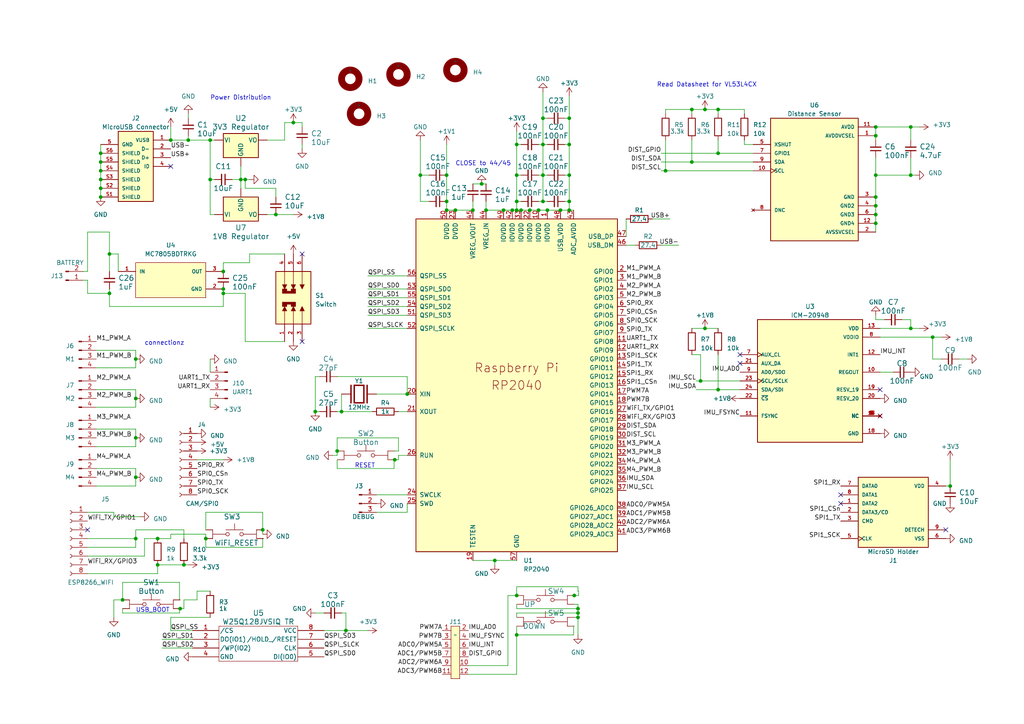
<source format=kicad_sch>
(kicad_sch (version 20230121) (generator eeschema)
  (paper "A4")
  (junction (at 52.26 176.53))
  (junction (at 29.21 44.45))
  (junction (at 76.2 153.67))
  (junction (at 64.77 83.82))
  (junction (at 208.28 113.03))
  (junction (at 39.37 115.57))
  (junction (at 167.64 176.53))
  (junction (at 69.85 52.07))
  (junction (at 149.86 184.15))
  (junction (at 165.1 50.8))
  (junction (at 264.16 36.83))
  (junction (at 53.34 163.83))
  (junction (at 208.28 31.75))
  (junction (at 264.16 50.8))
  (junction (at 59.69 156.21))
  (junction (at 149.86 41.91))
  (junction (at 121.92 50.8))
  (junction (at 254 62.23))
  (junction (at 166.56 172.72))
  (junction (at 149.86 50.8))
  (junction (at 129.54 58.42))
  (junction (at 157.48 58.42))
  (junction (at 64.77 85.09))
  (junction (at 165.1 58.42))
  (junction (at 275.59 140.97))
  (junction (at 149.86 58.42))
  (junction (at 39.37 156.21))
  (junction (at 156.21 60.96))
  (junction (at 162.56 60.96))
  (junction (at 114.49 133.35))
  (junction (at 165.1 41.91))
  (junction (at 100.33 182.88))
  (junction (at 254 57.15))
  (junction (at 132.08 60.96))
  (junction (at 39.37 104.14))
  (junction (at 270.51 97.79))
  (junction (at 99.06 119.38))
  (junction (at 167.64 179.07))
  (junction (at 200.66 31.75))
  (junction (at 118.11 114.3))
  (junction (at 60.96 40.64))
  (junction (at 45.72 156.21))
  (junction (at 71.12 52.07))
  (junction (at 60.96 52.07))
  (junction (at 31.75 85.09))
  (junction (at 29.21 46.99))
  (junction (at 151.13 60.96))
  (junction (at 35.56 173.99))
  (junction (at 140.97 60.96))
  (junction (at 139.7 53.34))
  (junction (at 31.75 73.66))
  (junction (at 129.54 50.8))
  (junction (at 29.21 54.61))
  (junction (at 143.51 162.56))
  (junction (at 165.1 60.96))
  (junction (at 254 64.77))
  (junction (at 157.48 41.91))
  (junction (at 129.54 60.96))
  (junction (at 29.21 49.53))
  (junction (at 254 59.69))
  (junction (at 264.16 95.25))
  (junction (at 146.05 60.96))
  (junction (at 208.28 44.45))
  (junction (at 254 39.37))
  (junction (at 64.77 78.74))
  (junction (at 149.86 60.96))
  (junction (at 97.79 130.81))
  (junction (at 45.72 163.83))
  (junction (at 91.44 119.38))
  (junction (at 39.37 127))
  (junction (at 157.48 50.8))
  (junction (at 254 50.8))
  (junction (at 54.61 40.64))
  (junction (at 193.04 49.53))
  (junction (at 158.75 60.96))
  (junction (at 204.47 31.75))
  (junction (at 29.21 52.07))
  (junction (at 153.67 60.96))
  (junction (at 203.2 110.49))
  (junction (at 167.64 177.8))
  (junction (at 49.53 40.64))
  (junction (at 200.66 46.99))
  (junction (at 85.09 35.56))
  (junction (at 29.21 57.15))
  (junction (at 165.1 34.29))
  (junction (at 80.01 62.23))
  (junction (at 204.47 95.25))
  (junction (at 148.59 60.96))
  (junction (at 254 36.83))
  (junction (at 149.86 172.72))
  (junction (at 157.48 34.29))
  (junction (at 39.37 138.43))
  (junction (at 137.16 60.96))
  (no_connect (at 243.84 143.51))
  (no_connect (at 87.63 99.06))
  (no_connect (at 87.63 73.66))
  (no_connect (at 49.53 48.26))
  (no_connect (at 255.27 113.03))
  (no_connect (at 255.27 120.65))
  (no_connect (at 274.32 153.67))
  (no_connect (at 243.84 146.05))
  (no_connect (at 214.63 102.87))
  (no_connect (at 25.4 153.67))
  (no_connect (at 214.63 105.41))
  (wire (pts (xy 31.75 83.82) (xy 31.75 85.09)))
  (wire (pts (xy 39.37 113.03) (xy 39.37 115.57)))
  (wire (pts (xy 82.55 40.64) (xy 77.47 40.64)))
  (wire (pts (xy 191.77 71.12) (xy 196.85 71.12)))
  (wire (pts (xy 41.91 156.21) (xy 41.91 161.29)))
  (wire (pts (xy 149.86 177.8) (xy 167.64 177.8)))
  (wire (pts (xy 27.94 129.54) (xy 39.37 129.54)))
  (wire (pts (xy 60.96 52.07) (xy 62.23 52.07)))
  (wire (pts (xy 27.94 140.97) (xy 39.37 140.97)))
  (wire (pts (xy 25.4 161.29) (xy 41.91 161.29)))
  (wire (pts (xy 76.2 148.59) (xy 76.2 153.67)))
  (wire (pts (xy 165.1 34.29) (xy 165.1 41.91)))
  (wire (pts (xy 193.04 40.64) (xy 193.04 49.53)))
  (wire (pts (xy 200.66 40.64) (xy 200.66 46.99)))
  (wire (pts (xy 129.54 41.91) (xy 129.54 50.8)))
  (wire (pts (xy 204.47 95.25) (xy 208.28 95.25)))
  (wire (pts (xy 29.21 49.53) (xy 29.21 52.07)))
  (wire (pts (xy 106.68 83.82) (xy 118.11 83.82)))
  (wire (pts (xy 29.21 54.61) (xy 29.21 57.15)))
  (wire (pts (xy 35.56 177.8) (xy 52.07 177.8)))
  (wire (pts (xy 167.64 176.53) (xy 167.64 177.8)))
  (wire (pts (xy 39.37 106.68) (xy 39.37 104.14)))
  (wire (pts (xy 166.37 181.61) (xy 166.56 181.61)))
  (wire (pts (xy 82.55 35.56) (xy 82.55 40.64)))
  (wire (pts (xy 158.75 58.42) (xy 157.48 58.42)))
  (wire (pts (xy 193.04 33.02) (xy 193.04 31.75)))
  (wire (pts (xy 118.11 148.59) (xy 118.11 146.05)))
  (wire (pts (xy 45.72 156.21) (xy 49.53 156.21)))
  (wire (pts (xy 191.77 49.53) (xy 193.04 49.53)))
  (wire (pts (xy 191.77 46.99) (xy 200.66 46.99)))
  (wire (pts (xy 27.94 118.11) (xy 39.37 118.11)))
  (wire (pts (xy 157.48 34.29) (xy 157.48 41.91)))
  (wire (pts (xy 80.01 54.61) (xy 71.12 54.61)))
  (wire (pts (xy 165.1 41.91) (xy 163.83 41.91)))
  (wire (pts (xy 156.21 60.96) (xy 158.75 60.96)))
  (wire (pts (xy 118.11 114.3) (xy 118.11 109.22)))
  (wire (pts (xy 165.1 27.94) (xy 165.1 34.29)))
  (wire (pts (xy 60.96 115.57) (xy 60.96 118.11)))
  (wire (pts (xy 39.37 129.54) (xy 39.37 127)))
  (wire (pts (xy 33.02 173.99) (xy 35.56 173.99)))
  (wire (pts (xy 208.28 44.45) (xy 218.44 44.45)))
  (wire (pts (xy 124.46 50.8) (xy 121.92 50.8)))
  (wire (pts (xy 53.34 173.99) (xy 57.15 173.99)))
  (wire (pts (xy 165.1 50.8) (xy 163.83 50.8)))
  (wire (pts (xy 255.27 95.25) (xy 264.16 95.25)))
  (wire (pts (xy 167.64 171.45) (xy 167.64 170.18)))
  (wire (pts (xy 208.28 113.03) (xy 214.63 113.03)))
  (wire (pts (xy 52.07 177.8) (xy 52.07 176.53)))
  (wire (pts (xy 25.4 148.59) (xy 33.02 148.59)))
  (wire (pts (xy 72.39 76.2) (xy 72.39 73.66)))
  (wire (pts (xy 270.51 104.14) (xy 273.05 104.14)))
  (wire (pts (xy 200.66 31.75) (xy 204.47 31.75)))
  (wire (pts (xy 69.85 52.07) (xy 69.85 54.61)))
  (wire (pts (xy 184.15 71.12) (xy 181.61 71.12)))
  (wire (pts (xy 200.66 31.75) (xy 200.66 33.02)))
  (wire (pts (xy 34.29 73.66) (xy 31.75 73.66)))
  (wire (pts (xy 53.34 163.83) (xy 54.61 163.83)))
  (wire (pts (xy 165.1 58.42) (xy 165.1 60.96)))
  (wire (pts (xy 59.69 158.75) (xy 59.69 156.21)))
  (wire (pts (xy 25.4 78.74) (xy 24.13 78.74)))
  (wire (pts (xy 25.4 158.75) (xy 39.37 158.75)))
  (wire (pts (xy 254 64.77) (xy 254 67.31)))
  (wire (pts (xy 72.39 73.66) (xy 82.55 73.66)))
  (wire (pts (xy 148.59 60.96) (xy 149.86 60.96)))
  (wire (pts (xy 149.86 60.96) (xy 151.13 60.96)))
  (wire (pts (xy 129.54 58.42) (xy 129.54 60.96)))
  (wire (pts (xy 64.77 76.2) (xy 72.39 76.2)))
  (wire (pts (xy 208.28 102.87) (xy 208.28 113.03)))
  (wire (pts (xy 157.48 26.67) (xy 157.48 34.29)))
  (wire (pts (xy 109.22 148.59) (xy 118.11 148.59)))
  (wire (pts (xy 91.44 109.22) (xy 91.44 119.38)))
  (wire (pts (xy 264.16 45.72) (xy 264.16 50.8)))
  (wire (pts (xy 166.37 172.72) (xy 166.56 172.72)))
  (wire (pts (xy 149.86 176.53) (xy 149.86 175.26)))
  (wire (pts (xy 132.08 60.96) (xy 137.16 60.96)))
  (wire (pts (xy 99.06 119.38) (xy 107.95 119.38)))
  (wire (pts (xy 208.28 31.75) (xy 215.9 31.75)))
  (wire (pts (xy 165.1 41.91) (xy 165.1 50.8)))
  (wire (pts (xy 71.12 85.09) (xy 71.12 99.06)))
  (wire (pts (xy 64.77 88.9) (xy 64.77 85.09)))
  (wire (pts (xy 106.68 86.36) (xy 118.11 86.36)))
  (wire (pts (xy 208.28 33.02) (xy 208.28 31.75)))
  (wire (pts (xy 158.75 41.91) (xy 157.48 41.91)))
  (wire (pts (xy 97.79 119.38) (xy 99.06 119.38)))
  (wire (pts (xy 106.68 88.9) (xy 118.11 88.9)))
  (wire (pts (xy 203.2 102.87) (xy 203.2 110.49)))
  (wire (pts (xy 25.4 156.21) (xy 39.37 156.21)))
  (wire (pts (xy 106.68 95.25) (xy 118.11 95.25)))
  (wire (pts (xy 143.51 162.56) (xy 149.86 162.56)))
  (wire (pts (xy 54.61 39.37) (xy 54.61 40.64)))
  (wire (pts (xy 64.77 133.35) (xy 57.15 133.35)))
  (wire (pts (xy 35.56 168.91) (xy 52.07 168.91)))
  (wire (pts (xy 158.75 60.96) (xy 162.56 60.96)))
  (wire (pts (xy 69.85 52.07) (xy 71.12 52.07)))
  (wire (pts (xy 201.93 113.03) (xy 208.28 113.03)))
  (wire (pts (xy 31.75 67.31) (xy 31.75 73.66)))
  (wire (pts (xy 49.53 179.07) (xy 60.96 179.07)))
  (wire (pts (xy 57.15 173.99) (xy 57.15 171.45)))
  (wire (pts (xy 166.56 175.26) (xy 167.64 175.26)))
  (wire (pts (xy 264.16 40.64) (xy 264.16 36.83)))
  (wire (pts (xy 157.48 41.91) (xy 157.48 50.8)))
  (wire (pts (xy 25.4 67.31) (xy 25.4 78.74)))
  (wire (pts (xy 139.7 53.34) (xy 140.97 53.34)))
  (wire (pts (xy 167.64 170.18) (xy 149.86 170.18)))
  (wire (pts (xy 49.53 182.88) (xy 55.88 182.88)))
  (wire (pts (xy 60.96 40.64) (xy 60.96 52.07)))
  (wire (pts (xy 135.89 193.04) (xy 147.32 193.04)))
  (wire (pts (xy 166.56 179.07) (xy 167.64 179.07)))
  (wire (pts (xy 146.05 60.96) (xy 148.59 60.96)))
  (wire (pts (xy 149.86 184.15) (xy 149.86 195.58)))
  (wire (pts (xy 25.4 85.09) (xy 25.4 81.28)))
  (wire (pts (xy 149.86 58.42) (xy 149.86 60.96)))
  (wire (pts (xy 97.79 127) (xy 97.79 130.81)))
  (wire (pts (xy 114.3 133.35) (xy 114.3 135.89)))
  (wire (pts (xy 115.57 119.38) (xy 118.11 119.38)))
  (wire (pts (xy 100.33 177.8) (xy 100.33 182.88)))
  (wire (pts (xy 149.86 184.15) (xy 166.37 184.15)))
  (wire (pts (xy 167.64 175.26) (xy 167.64 176.53)))
  (wire (pts (xy 41.91 156.21) (xy 45.72 156.21)))
  (wire (pts (xy 80.01 62.23) (xy 85.09 62.23)))
  (wire (pts (xy 165.1 50.8) (xy 165.1 58.42)))
  (wire (pts (xy 76.2 153.67) (xy 76.2 154.94)))
  (wire (pts (xy 255.27 107.95) (xy 259.08 107.95)))
  (wire (pts (xy 71.12 54.61) (xy 71.12 52.07)))
  (wire (pts (xy 52.07 173.99) (xy 52.26 173.99)))
  (wire (pts (xy 149.86 181.61) (xy 149.86 184.15)))
  (wire (pts (xy 49.53 36.83) (xy 49.53 40.64)))
  (wire (pts (xy 106.68 91.44) (xy 118.11 91.44)))
  (wire (pts (xy 29.21 44.45) (xy 29.21 46.99)))
  (wire (pts (xy 27.94 113.03) (xy 39.37 113.03)))
  (wire (pts (xy 215.9 40.64) (xy 215.9 41.91)))
  (wire (pts (xy 40.64 149.86) (xy 33.02 149.86)))
  (wire (pts (xy 35.56 176.53) (xy 35.56 177.8)))
  (wire (pts (xy 254 39.37) (xy 254 36.83)))
  (wire (pts (xy 91.44 119.38) (xy 92.71 119.38)))
  (wire (pts (xy 278.13 104.14) (xy 280.67 104.14)))
  (wire (pts (xy 49.53 154.94) (xy 59.69 154.94)))
  (wire (pts (xy 167.83 171.45) (xy 167.64 171.45)))
  (wire (pts (xy 52.26 176.53) (xy 53.34 176.53)))
  (wire (pts (xy 165.1 58.42) (xy 163.83 58.42)))
  (wire (pts (xy 76.2 156.21) (xy 76.2 158.75)))
  (wire (pts (xy 59.69 154.94) (xy 59.69 156.21)))
  (wire (pts (xy 69.85 48.26) (xy 69.85 52.07)))
  (wire (pts (xy 151.13 50.8) (xy 149.86 50.8)))
  (wire (pts (xy 166.37 181.61) (xy 166.37 184.15)))
  (wire (pts (xy 85.09 35.56) (xy 87.63 35.56)))
  (wire (pts (xy 109.22 143.51) (xy 118.11 143.51)))
  (wire (pts (xy 59.69 153.67) (xy 59.69 148.59)))
  (wire (pts (xy 254 45.72) (xy 254 50.8)))
  (wire (pts (xy 140.97 58.42) (xy 140.97 60.96)))
  (wire (pts (xy 157.48 34.29) (xy 158.75 34.29)))
  (wire (pts (xy 157.48 58.42) (xy 156.21 58.42)))
  (wire (pts (xy 39.37 118.11) (xy 39.37 115.57)))
  (wire (pts (xy 157.48 41.91) (xy 156.21 41.91)))
  (wire (pts (xy 167.83 172.72) (xy 166.56 172.72)))
  (wire (pts (xy 254 59.69) (xy 254 62.23)))
  (wire (pts (xy 53.34 173.99) (xy 53.34 176.53)))
  (wire (pts (xy 34.29 78.74) (xy 34.29 73.66)))
  (wire (pts (xy 93.98 182.88) (xy 100.33 182.88)))
  (wire (pts (xy 114.49 130.81) (xy 115.57 130.81)))
  (wire (pts (xy 149.86 195.58) (xy 135.89 195.58)))
  (wire (pts (xy 106.68 80.01) (xy 118.11 80.01)))
  (wire (pts (xy 64.77 83.82) (xy 64.77 85.09)))
  (wire (pts (xy 137.16 58.42) (xy 137.16 60.96)))
  (wire (pts (xy 39.37 101.6) (xy 39.37 104.14)))
  (wire (pts (xy 167.64 176.53) (xy 149.86 176.53)))
  (wire (pts (xy 189.23 63.5) (xy 194.31 63.5)))
  (wire (pts (xy 59.69 148.59) (xy 76.2 148.59)))
  (wire (pts (xy 147.32 172.72) (xy 147.32 193.04)))
  (wire (pts (xy 200.66 46.99) (xy 218.44 46.99)))
  (wire (pts (xy 254 50.8) (xy 254 57.15)))
  (wire (pts (xy 215.9 41.91) (xy 218.44 41.91)))
  (wire (pts (xy 157.48 50.8) (xy 156.21 50.8)))
  (wire (pts (xy 151.13 60.96) (xy 153.67 60.96)))
  (wire (pts (xy 143.51 162.56) (xy 143.51 163.83)))
  (wire (pts (xy 87.63 41.91) (xy 87.63 43.18)))
  (wire (pts (xy 151.13 58.42) (xy 149.86 58.42)))
  (wire (pts (xy 54.61 33.02) (xy 54.61 34.29)))
  (wire (pts (xy 39.37 140.97) (xy 39.37 138.43)))
  (wire (pts (xy 264.16 36.83) (xy 266.7 36.83)))
  (wire (pts (xy 39.37 156.21) (xy 39.37 158.75)))
  (wire (pts (xy 149.86 38.1) (xy 149.86 41.91)))
  (wire (pts (xy 215.9 31.75) (xy 215.9 33.02)))
  (wire (pts (xy 121.92 58.42) (xy 124.46 58.42)))
  (wire (pts (xy 261.62 92.71) (xy 264.16 92.71)))
  (wire (pts (xy 60.96 104.14) (xy 60.96 107.95)))
  (wire (pts (xy 149.86 41.91) (xy 149.86 50.8)))
  (wire (pts (xy 114.49 133.35) (xy 115.57 133.35)))
  (wire (pts (xy 163.83 34.29) (xy 165.1 34.29)))
  (wire (pts (xy 99.06 177.8) (xy 100.33 177.8)))
  (wire (pts (xy 49.53 40.64) (xy 54.61 40.64)))
  (wire (pts (xy 264.16 95.25) (xy 266.7 95.25)))
  (wire (pts (xy 71.12 52.07) (xy 72.39 52.07)))
  (wire (pts (xy 91.44 109.22) (xy 92.71 109.22)))
  (wire (pts (xy 76.2 158.75) (xy 59.69 158.75)))
  (wire (pts (xy 254 92.71) (xy 254 91.44)))
  (wire (pts (xy 60.96 40.64) (xy 62.23 40.64)))
  (wire (pts (xy 129.54 50.8) (xy 129.54 58.42)))
  (wire (pts (xy 27.94 101.6) (xy 39.37 101.6)))
  (wire (pts (xy 49.53 179.07) (xy 49.53 182.88)))
  (wire (pts (xy 31.75 88.9) (xy 31.75 85.09)))
  (wire (pts (xy 204.47 31.75) (xy 208.28 31.75)))
  (wire (pts (xy 115.57 132.08) (xy 118.11 132.08)))
  (wire (pts (xy 99.06 114.3) (xy 99.06 119.38)))
  (wire (pts (xy 181.61 63.5) (xy 181.61 68.58)))
  (wire (pts (xy 254 36.83) (xy 264.16 36.83)))
  (wire (pts (xy 29.21 52.07) (xy 29.21 54.61)))
  (wire (pts (xy 39.37 124.46) (xy 39.37 127)))
  (wire (pts (xy 35.56 168.91) (xy 35.56 173.99)))
  (wire (pts (xy 91.44 177.8) (xy 93.98 177.8)))
  (wire (pts (xy 25.4 85.09) (xy 31.75 85.09)))
  (wire (pts (xy 45.72 166.37) (xy 45.72 163.83)))
  (wire (pts (xy 82.55 35.56) (xy 85.09 35.56)))
  (wire (pts (xy 87.63 35.56) (xy 87.63 36.83)))
  (wire (pts (xy 57.15 171.45) (xy 60.96 171.45)))
  (wire (pts (xy 193.04 31.75) (xy 200.66 31.75)))
  (wire (pts (xy 149.86 50.8) (xy 149.86 58.42)))
  (wire (pts (xy 275.59 133.35) (xy 275.59 140.97)))
  (wire (pts (xy 254 62.23) (xy 254 64.77)))
  (wire (pts (xy 167.83 171.45) (xy 167.83 172.72)))
  (wire (pts (xy 25.4 81.28) (xy 24.13 81.28)))
  (wire (pts (xy 167.64 179.07) (xy 167.64 184.15)))
  (wire (pts (xy 115.57 127) (xy 97.79 127)))
  (wire (pts (xy 53.34 153.67) (xy 53.34 156.21)))
  (wire (pts (xy 121.92 40.64) (xy 121.92 50.8)))
  (wire (pts (xy 80.01 57.15) (xy 80.01 54.61)))
  (wire (pts (xy 45.72 163.83) (xy 53.34 163.83)))
  (wire (pts (xy 31.75 73.66) (xy 31.75 78.74)))
  (wire (pts (xy 153.67 60.96) (xy 156.21 60.96)))
  (wire (pts (xy 77.47 62.23) (xy 80.01 62.23)))
  (wire (pts (xy 64.77 85.09) (xy 71.12 85.09)))
  (wire (pts (xy 25.4 166.37) (xy 45.72 166.37)))
  (wire (pts (xy 200.66 102.87) (xy 203.2 102.87)))
  (wire (pts (xy 254 57.15) (xy 254 59.69)))
  (wire (pts (xy 137.16 162.56) (xy 143.51 162.56)))
  (wire (pts (xy 97.79 130.81) (xy 97.79 132.08)))
  (wire (pts (xy 147.32 172.72) (xy 149.86 172.72)))
  (wire (pts (xy 121.92 50.8) (xy 121.92 58.42)))
  (wire (pts (xy 114.3 135.89) (xy 97.79 135.89)))
  (wire (pts (xy 149.86 170.18) (xy 149.86 172.72)))
  (wire (pts (xy 165.1 60.96) (xy 166.37 60.96)))
  (wire (pts (xy 39.37 153.67) (xy 53.34 153.67)))
  (wire (pts (xy 109.22 114.3) (xy 118.11 114.3)))
  (wire (pts (xy 27.94 124.46) (xy 39.37 124.46)))
  (wire (pts (xy 254 40.64) (xy 254 39.37)))
  (wire (pts (xy 264.16 50.8) (xy 265.43 50.8)))
  (wire (pts (xy 255.27 97.79) (xy 270.51 97.79)))
  (wire (pts (xy 46.99 185.42) (xy 55.88 185.42)))
  (wire (pts (xy 274.32 140.97) (xy 275.59 140.97)))
  (wire (pts (xy 49.53 156.21) (xy 49.53 154.94)))
  (wire (pts (xy 29.21 41.91) (xy 29.21 44.45)))
  (wire (pts (xy 54.61 40.64) (xy 60.96 40.64)))
  (wire (pts (xy 157.48 50.8) (xy 157.48 58.42)))
  (wire (pts (xy 25.4 67.31) (xy 31.75 67.31)))
  (wire (pts (xy 33.02 148.59) (xy 33.02 149.86)))
  (wire (pts (xy 27.94 135.89) (xy 39.37 135.89)))
  (wire (pts (xy 71.12 99.06) (xy 82.55 99.06)))
  (wire (pts (xy 193.04 49.53) (xy 218.44 49.53)))
  (wire (pts (xy 162.56 60.96) (xy 165.1 60.96)))
  (wire (pts (xy 52.07 173.99) (xy 52.07 168.91)))
  (wire (pts (xy 129.54 60.96) (xy 132.08 60.96)))
  (wire (pts (xy 76.39 156.21) (xy 76.2 156.21)))
  (wire (pts (xy 158.75 50.8) (xy 157.48 50.8)))
  (wire (pts (xy 39.37 153.67) (xy 39.37 156.21)))
  (wire (pts (xy 167.64 177.8) (xy 167.64 179.07)))
  (wire (pts (xy 201.93 110.49) (xy 203.2 110.49)))
  (wire (pts (xy 149.86 179.07) (xy 149.86 177.8)))
  (wire (pts (xy 254 92.71) (xy 256.54 92.71)))
  (wire (pts (xy 208.28 44.45) (xy 208.28 40.64)))
  (wire (pts (xy 64.77 76.2) (xy 64.77 78.74)))
  (wire (pts (xy 254 50.8) (xy 264.16 50.8)))
  (wire (pts (xy 31.75 88.9) (xy 64.77 88.9)))
  (wire (pts (xy 67.31 52.07) (xy 69.85 52.07)))
  (wire (pts (xy 27.94 106.68) (xy 39.37 106.68)))
  (wire (pts (xy 62.23 62.23) (xy 60.96 62.23)))
  (wire (pts (xy 203.2 110.49) (xy 214.63 110.49)))
  (wire (pts (xy 140.97 60.96) (xy 146.05 60.96)))
  (wire (pts (xy 270.51 97.79) (xy 270.51 104.14)))
  (wire (pts (xy 39.37 135.89) (xy 39.37 138.43)))
  (wire (pts (xy 115.57 133.35) (xy 115.57 132.08)))
  (wire (pts (xy 191.77 44.45) (xy 208.28 44.45)))
  (wire (pts (xy 100.33 182.88) (xy 106.68 182.88)))
  (wire (pts (xy 29.21 46.99) (xy 29.21 49.53)))
  (wire (pts (xy 151.13 41.91) (xy 149.86 41.91)))
  (wire (pts (xy 97.79 132.08) (xy 96.52 132.08)))
  (wire (pts (xy 76.39 153.67) (xy 76.2 153.67)))
  (wire (pts (xy 200.66 95.25) (xy 204.47 95.25)))
  (wire (pts (xy 97.79 109.22) (xy 118.11 109.22)))
  (wire (pts (xy 115.57 130.81) (xy 115.57 127)))
  (wire (pts (xy 52.07 176.53) (xy 52.26 176.53)))
  (wire (pts (xy 33.02 173.99) (xy 33.02 179.07)))
  (wire (pts (xy 264.16 95.25) (xy 264.16 92.71)))
  (wire (pts (xy 60.96 52.07) (xy 60.96 62.23)))
  (wire (pts (xy 114.3 133.35) (xy 114.49 133.35)))
  (wire (pts (xy 97.79 135.89) (xy 97.79 133.35)))
  (wire (pts (xy 46.99 187.96) (xy 55.88 187.96)))
  (wire (pts (xy 270.51 97.79) (xy 273.05 97.79)))
  (wire (pts (xy 137.16 53.34) (xy 139.7 53.34)))
  (text "Power Distribution" (at 60.96 29.21 0) (effects (font (size 1.27 1.27)) (justify left bottom)))
  (text "Read Datasheet for VL53L4CX" (at 190.5 25.4 0) (effects (font (size 1.27 1.27)) (justify left bottom)))
  (text "RESET" (at 102.87 135.89 0) (effects (font (size 1.27 1.27)) (justify left bottom)))
  (text "USB_BOOT" (at 39.37 177.8 0) (effects (font (size 1.27 1.27)) (justify left bottom)))
  (text "connectionz" (at 41.91 100.33 0) (effects (font (size 1.27 1.27)) (justify left bottom)))
  (text "CLOSE to 44/45" (at 132.08 48.26 0) (effects (font (size 1.27 1.27)) (justify left bottom)))
  (label "UART1_RX" (at 60.96 113.03 180))
  (label "USB-" (at 49.53 43.18 0))
  (label "ADC1{slash}PWM5B" (at 181.61 149.86 0))
  (label "QSPI_SD1" (at 46.99 185.42 0))
  (label "WiFi_RX{slash}GPIO3" (at 25.4 163.83 0))
  (label "M2_PWM_B" (at 27.94 115.57 0))
  (label "PWM7A" (at 181.61 114.3 0))
  (label "DIST_SDA" (at 191.77 46.99 180))
  (label "WiFi_TX{slash}GPIO1" (at 25.4 151.13 0))
  (label "ADC2{slash}PWM6A" (at 128.27 193.04 180))
  (label "USB+" (at 194.31 63.5 180))
  (label "QSPI_SLCK" (at 93.98 187.96 0))
  (label "M4_PWM_B" (at 27.94 138.43 0))
  (label "QSPI_SD3" (at 93.98 185.42 0))
  (label "QSPI_SD3" (at 106.68 91.44 0))
  (label "IMU_SCL" (at 181.61 142.24 0))
  (label "WiFi_RX{slash}GPIO3" (at 181.61 121.92 0))
  (label "M1_PWM_A" (at 27.94 99.06 0))
  (label "M1_PWM_B" (at 27.94 104.14 0))
  (label "SPI1_SCK" (at 243.84 156.21 180))
  (label "UART1_TX" (at 60.96 110.49 180))
  (label "PWM7A" (at 128.27 182.88 180))
  (label "USB-" (at 196.85 71.12 180))
  (label "SPI1_CSn" (at 181.61 111.76 0))
  (label "IMU_INT" (at 135.89 187.96 0))
  (label "QSPI_SS" (at 49.53 182.88 0))
  (label "USB+" (at 49.53 45.72 0))
  (label "SPI0_CSn" (at 57.15 138.43 0))
  (label "SPI0_SCK" (at 181.61 93.98 0))
  (label "DIST_GPIO" (at 191.77 44.45 180))
  (label "M2_PWM_A" (at 181.61 83.82 0))
  (label "ADC2{slash}PWM6A" (at 181.61 152.4 0))
  (label "ADC1{slash}PWM5B" (at 128.27 190.5 180))
  (label "DIST_SCL" (at 191.77 49.53 180))
  (label "QSPI_SLCK" (at 106.68 95.25 0))
  (label "M4_PWM_B" (at 181.61 137.16 0))
  (label "ADC3{slash}PWM6B" (at 128.27 195.58 180))
  (label "M4_PWM_A" (at 27.94 133.35 0))
  (label "UART1_RX" (at 181.61 101.6 0))
  (label "IMU_FSYNC" (at 135.89 185.42 0))
  (label "QSPI_SD2" (at 106.68 88.9 0))
  (label "QSPI_SS" (at 106.68 80.01 0))
  (label "QSPI_SD0" (at 93.98 190.5 0))
  (label "M1_PWM_B" (at 181.61 81.28 0))
  (label "M2_PWM_A" (at 27.94 110.49 0))
  (label "PWM7B" (at 181.61 116.84 0))
  (label "IMU_SCL" (at 201.93 110.49 180))
  (label "QSPI_SD1" (at 106.68 86.36 0))
  (label "IMU_FSYNC" (at 214.63 120.65 180))
  (label "IMU_AD0" (at 135.89 182.88 0))
  (label "QSPI_SD2" (at 46.99 187.96 0))
  (label "DIST_SCL" (at 181.61 127 0))
  (label "ADC3{slash}PWM6B" (at 181.61 154.94 0))
  (label "UART1_TX" (at 181.61 99.06 0))
  (label "IMU_INT" (at 255.27 102.87 0))
  (label "SPI1_RX" (at 243.84 140.97 180))
  (label "IMU_SDA" (at 201.93 113.03 180))
  (label "SPI0_TX" (at 181.61 96.52 0))
  (label "SPI0_RX" (at 181.61 88.9 0))
  (label "M3_PWM_A" (at 181.61 129.54 0))
  (label "SPI0_RX" (at 57.15 135.89 0))
  (label "M1_PWM_A" (at 181.61 78.74 0))
  (label "SPI1_CSn" (at 243.84 148.59 180))
  (label "IMU_SDA" (at 181.61 139.7 0))
  (label "SPI0_TX" (at 57.15 140.97 0))
  (label "M4_PWM_A" (at 181.61 134.62 0))
  (label "DIST_SDA" (at 181.61 124.46 0))
  (label "ADC0{slash}PWM5A" (at 181.61 147.32 0))
  (label "SPI0_SCK" (at 57.15 143.51 0))
  (label "IMU_AD0" (at 214.63 107.95 180))
  (label "M3_PWM_B" (at 181.61 132.08 0))
  (label "SPI1_TX" (at 243.84 151.13 180))
  (label "QSPI_SD0" (at 106.68 83.82 0))
  (label "DIST_GPIO" (at 135.89 190.5 0))
  (label "M3_PWM_A" (at 27.94 121.92 0))
  (label "M2_PWM_B" (at 181.61 86.36 0))
  (label "SPI1_RX" (at 181.61 109.22 0))
  (label "SPI0_CSn" (at 181.61 91.44 0))
  (label "PWM7B" (at 128.27 185.42 180))
  (label "ADC0{slash}PWM5A" (at 128.27 187.96 180))
  (label "SPI1_SCK" (at 181.61 104.14 0))
  (label "SPI1_TX" (at 181.61 106.68 0))
  (label "M3_PWM_B" (at 27.94 127 0))
  (label "WiFi_TX{slash}GPIO1" (at 181.61 119.38 0))
  (symbol (lib_id "Power:GND") (at 39.37 127 90) (unit 1)
    (property "Reference" "#PWR044" (effects hide))
    (property "Value" "GND" (at 43.18 127.635 90) (effects (justify right)))
  )
  (symbol (lib_id "Power:+5V") (at 85.09 73.66 0) (unit 1)
    (property "Reference" "#PWR050" (effects hide))
    (property "Value" "+5V" (at 85.09 68.58 0))
  )
  (symbol (lib_id "Clocks:12MHz") (at 104.14 114.3 0) (unit 1)
    (property "Reference" "Y1" (at 104.14 110.49 0))
    (property "Value" "12MHz" (at 104.14 118.11 0))
    (property "Footprint" "XTAL_ABLS-12.000MHZ-K2-T" (effects hide))
    (property "PARTREV" "02.16.2021" (effects hide))
    (property "STANDARD" "Manufacturer Recommendations" (effects hide))
    (property "MAXIMUM_PACKAGE_HEIGHT" "4.2 mm" (effects hide))
    (property "MANUFACTURER" "Abracon" (effects hide))
  )
  (symbol (lib_id "Power:GND") (at 91.44 177.8 270) (unit 1)
    (property "Reference" "#PWR012" (effects hide))
    (property "Value" "GND" (at 88.9 176.53 90) (effects (justify right)))
  )
  (symbol (lib_id "Power:GND") (at 40.64 149.86 90) (unit 1)
    (property "Reference" "#PWR08" (effects hide))
    (property "Value" "GND" (at 44.45 150.495 90) (effects (justify right)))
  )
  (symbol (lib_id "Connector:Conn_01x02_Pin") (at 19.05 81.28 0) (mirror x) (unit 1)
    (property "Reference" "J13" (at 16.51 80.01 0))
    (property "Value" "BATTERY" (at 20.32 76.2 0))
    (property "Footprint" "Connector_AMASS:AMASS_XT60-M_1x02_P7.20mm_Vertical" (effects hide))
  )
  (symbol (lib_id "Power:GND") (at 265.43 50.8 90) (mirror x) (unit 1)
    (property "Reference" "#PWR032" (effects hide))
    (property "Value" "GND" (at 269.24 50.165 90) (effects (justify right)))
  )
  (symbol (lib_id "Capacitors:100nF") (at 161.29 58.42 0) (unit 1)
    (property "Reference" "C22" (at 161.2836 53.34 0) (effects (font (size 1.524 1.524))))
    (property "Value" "100nF" (at 161.2836 55.88 0) (effects (font (size 1.524 1.524))))
    (property "Footprint" "0402YC104KAT2A:CAPC1005X56N" (effects hide))
  )
  (symbol (lib_id "Power:GND") (at 280.67 104.14 90) (unit 1)
    (property "Reference" "#PWR028" (effects hide))
    (property "Value" "GND" (at 280.67 107.95 90) (effects (justify right)))
  )
  (symbol (lib_id "Power:+5V") (at 49.53 36.83 0) (mirror y) (unit 1)
    (property "Reference" "#PWR03" (effects hide))
    (property "Value" "+5V" (at 49.53 31.75 0))
  )
  (symbol (lib_id "Resistors:10kOhm") (at 208.28 36.83 270) (unit 1)
    (property "Reference" "R11" (at 210.82 36.195 90) (effects (justify left)))
    (property "Value" "10k" (at 210.82 38.735 90) (effects (justify left)))
    (property "Footprint" "RC1005F103CS:RESC1005X40N" (effects hide))
  )
  (symbol (lib_id "Power:GND") (at 109.22 146.05 90) (unit 1)
    (property "Reference" "#PWR036" (effects hide))
    (property "Value" "GND" (at 113.03 146.685 90) (effects (justify right)))
  )
  (symbol (lib_id "Power:GND") (at 167.64 184.15 0) (unit 1)
    (property "Reference" "#PWR029" (effects hide))
    (property "Value" "GND" (at 167.64 189.23 0))
  )
  (symbol (lib_id "MC7805BDTRKG:MC7805BDTRKG") (at 49.53 81.28 0) (unit 1)
    (property "Reference" "U4" (at 49.53 71.12 0))
    (property "Value" "MC7805BDTRKG" (at 49.53 73.66 0))
    (property "Footprint" "DPAK229P990X238-4N" (effects hide))
    (property "PARTREV" "27" (effects hide))
    (property "STANDARD" "IPC-7351B" (effects hide))
    (property "MANUFACTURER" "ON Semiconductor" (effects hide))
  )
  (symbol (lib_id "Capacitors:10uF") (at 54.61 36.83 270) (unit 1)
    (property "Reference" "C1" (at 57.15 36.1886 90) (effects (font (size 1.524 1.524)) (justify left)))
    (property "Value" "10uF" (at 57.15 38.7286 90) (effects (font (size 1.524 1.524)) (justify left)))
    (property "Footprint" "CL21A106KOQNNNE:CAP_CL21_SAM" (effects hide))
  )
  (symbol (lib_id "Power:GND") (at 76.2 154.94 90) (unit 1)
    (property "Reference" "#PWR026" (effects hide))
    (property "Value" "GND" (at 80.01 155.575 90) (effects (justify right)))
  )
  (symbol (lib_id "Power:+1V8") (at 204.47 95.25 0) (unit 1)
    (property "Reference" "#PWR054" (effects hide))
    (property "Value" "+1V8" (at 204.47 91.44 0))
  )
  (symbol (lib_id "Power:+3V3") (at 266.7 36.83 270) (mirror x) (unit 1)
    (property "Reference" "#PWR031" (effects hide))
    (property "Value" "+3.3V" (at 270.51 36.195 90) (effects (justify left)))
  )
  (symbol (lib_id "Capacitors:100nF") (at 259.08 92.71 0) (unit 1)
    (property "Reference" "C7" (at 259.0736 87.63 0) (effects (font (size 1.524 1.524))))
    (property "Value" "100nF" (at 259.0736 90.17 0) (effects (font (size 1.524 1.524))))
    (property "Footprint" "0402YC104KAT2A:CAPC1005X56N" (effects hide))
  )
  (symbol (lib_id "Flash:W25Q128JVSIQ_TR") (at 34.29 189.23 0) (unit 1)
    (property "Reference" "U5" (at 74.93 177.8 0) (effects (font (size 1.524 1.524))))
    (property "Value" "W25Q128JVSIQ TR" (at 74.93 180.34 0) (effects (font (size 1.524 1.524))))
    (property "Footprint" "SOIC_208MIL_WIN" (effects hide))
    (property "Datasheet" "W25Q128JVSIQ TR" (effects hide))
  )
  (symbol (lib_id "Capacitors:100nF") (at 161.29 34.29 0) (unit 1)
    (property "Reference" "C23" (at 161.2836 29.21 0) (effects (font (size 1.524 1.524))))
    (property "Value" "100nF" (at 161.29 31.75 0) (effects (font (size 1.524 1.524))))
    (property "Footprint" "0402YC104KAT2A:CAPC1005X56N" (effects hide))
  )
  (symbol (lib_id "Power:GND") (at 143.51 163.83 0) (unit 1)
    (property "Reference" "#PWR07" (effects hide))
    (property "Value" "GND" (at 139.7 166.37 0))
  )
  (symbol (lib_id "Power:+3V3") (at 85.09 35.56 0) (unit 1)
    (property "Reference" "#PWR06" (effects hide))
    (property "Value" "+3V3" (at 85.09 31.75 0))
  )
  (symbol (lib_id "Power:GND") (at 91.44 119.38 0) (unit 1)
    (property "Reference" "#PWR014" (effects hide))
    (property "Value" "GND" (at 91.44 124.46 0))
  )
  (symbol (lib_id "Capacitors:100nF") (at 127 58.42 0) (unit 1)
    (property "Reference" "C16" (at 126.9936 53.34 0) (effects (font (size 1.524 1.524))))
    (property "Value" "100nF" (at 126.9936 55.88 0) (effects (font (size 1.524 1.524))))
    (property "Footprint" "0402YC104KAT2A:CAPC1005X56N" (effects hide))
  )
  (symbol (lib_id "Power:+3V3") (at 275.59 133.35 0) (unit 1)
    (property "Reference" "#PWR015" (effects hide))
    (property "Value" "+3V3" (at 275.59 129.54 0))
  )
  (symbol (lib_id "Connector:Conn_01x08_Socket") (at 52.07 133.35 0) (mirror y) (unit 1)
    (property "Reference" "J4" (at 59.69 123.19 0) (effects (justify left)))
    (property "Value" "CAM/SPI0" (at 63.5 146.05 0) (effects (justify left)))
    (property "Footprint" "Connector_PinSocket_2.54mm:PinSocket_2x04_P2.54mm_Vertical" (effects hide))
  )
  (symbol (lib_id "IO:4 Pin Button") (at 44.45 175.26 0) (unit 1)
    (property "Reference" "SW1" (at 43.91 168.91 0) (effects (font (size 1.524 1.524))))
    (property "Value" "Button" (at 43.91 171.45 0) (effects (font (size 1.524 1.524))))
    (property "Footprint" "PTS 647 SN50 SMTR2 LFS" (effects hide))
    (property "Datasheet" "PTS 647 SN50 SMTR2 LFS" (effects hide))
  )
  (symbol (lib_id "Resistors:1kOhm") (at 60.96 175.26 90) (unit 1)
    (property "Reference" "R3" (at 63.5 174.625 90) (effects (justify right)))
    (property "Value" "1k" (at 63.5 176.53 90) (effects (justify right)))
    (property "Footprint" "RC0402FR-071KL:RESC1005X40" (effects hide))
  )
  (symbol (lib_id "uSD Holder:MEM2051-00-195-00-A") (at 259.08 148.59 0) (unit 1)
    (property "Reference" "J1" (at 259.08 162.56 0))
    (property "Value" "MicroSD Holder" (at 259.08 160.02 0))
    (property "Footprint" "MEM2051-00-195-00-A:GCT_MEM2051-00-195-00-A" (effects hide))
    (property "MANUFACTURER" "GCT" (effects hide))
  )
  (symbol (lib_id "Power:GND") (at 39.37 138.43 90) (unit 1)
    (property "Reference" "#PWR045" (effects hide))
    (property "Value" "GND" (at 43.18 139.065 90) (effects (justify right)))
  )
  (symbol (lib_id "Power:GND") (at 60.96 104.14 90) (unit 1)
    (property "Reference" "#PWR047" (effects hide))
    (property "Value" "GND" (at 64.77 104.775 90) (effects (justify right)))
  )
  (symbol (lib_id "Power:GND") (at 39.37 104.14 90) (unit 1)
    (property "Reference" "#PWR042" (effects hide))
    (property "Value" "GND" (at 43.18 104.775 90) (effects (justify right)))
  )
  (symbol (lib_id "Power:GND") (at 55.88 190.5 270) (unit 1)
    (property "Reference" "#PWR010" (effects hide))
    (property "Value" "GND" (at 52.07 191.135 90) (effects (justify right)))
  )
  (symbol (lib_id "Capacitors:100nF") (at 153.67 50.8 0) (unit 1)
    (property "Reference" "C18" (at 153.6636 45.72 0) (effects (font (size 1.524 1.524))))
    (property "Value" "100nF" (at 153.6636 48.26 0) (effects (font (size 1.524 1.524))))
    (property "Footprint" "0402YC104KAT2A:CAPC1005X56N" (effects hide))
  )
  (symbol (lib_id "Power:+1V8") (at 85.09 62.23 270) (unit 1)
    (property "Reference" "#PWR017" (effects hide))
    (property "Value" "+1V8" (at 88.9 62.865 90) (effects (justify left)))
  )
  (symbol (lib_id "Voltage Regulators:3V3 Regulator") (at 69.85 41.91 0) (unit 1)
    (property "Reference" "U2" (at 69.85 34.29 0) (effects (font (size 1.524 1.524))))
    (property "Value" "3V3 Regulator" (at 69.85 36.83 0) (effects (font (size 1.524 1.524))))
    (property "Footprint" "AZ1117IH-3.3TRG1:SOT230P700X185-4N" (effects hide))
    (property "Datasheet" "NCP1117ST18T3G" (effects hide))
  )
  (symbol (lib_id "Power:GND") (at 275.59 146.05 0) (unit 1)
    (property "Reference" "#PWR019" (effects hide))
    (property "Value" "GND" (at 270.51 146.05 0) (effects (justify left)))
  )
  (symbol (lib_id "Power:+3V3") (at 266.7 95.25 270) (unit 1)
    (property "Reference" "#PWR011" (effects hide))
    (property "Value" "+3V3" (at 269.24 93.98 90) (effects (justify left)))
  )
  (symbol (lib_id "MountingHole:MountingHole") (at 104.14 33.02 0) (unit 1)
    (property "Reference" "H3" (at 109.22 33.655 0) (effects (justify left)))
    (property "Value" "~" (at 104.14 30.48 0))
    (property "Footprint" "MountingHole:MountingHole_2.2mm_M2" (effects hide))
  )
  (symbol (lib_id "Capacitors:100nF") (at 127 50.8 0) (unit 1)
    (property "Reference" "C15" (at 126.9936 45.72 0) (effects (font (size 1.524 1.524))))
    (property "Value" "100nF" (at 126.9936 48.26 0) (effects (font (size 1.524 1.524))))
    (property "Footprint" "0402YC104KAT2A:CAPC1005X56N" (effects hide))
  )
  (symbol (lib_id "Power:+1V8") (at 64.77 133.35 270) (mirror x) (unit 1)
    (property "Reference" "#PWR040" (effects hide))
    (property "Value" "+1V8" (at 68.58 133.35 90) (effects (justify left)))
  )
  (symbol (lib_id "Capacitors:100nF") (at 261.62 107.95 0) (unit 1)
    (property "Reference" "C8" (at 261.62 105.41 0) (effects (font (size 1.524 1.524))))
    (property "Value" "100nF" (at 261.62 110.49 0) (effects (font (size 1.524 1.524))))
    (property "Footprint" "0402YC104KAT2A:CAPC1005X56N" (effects hide))
  )
  (symbol (lib_id "IO:4 Pin Button") (at 68.58 154.94 0) (unit 1)
    (property "Reference" "SW3" (at 67.31 149.86 0) (effects (font (size 1.524 1.524))))
    (property "Value" "WiFi_RESET" (at 68.58 157.48 0) (effects (font (size 1.524 1.524))))
    (property "Footprint" "PTS 647 SN50 SMTR2 LFS" (effects hide))
    (property "Datasheet" "PTS 647 SN50 SMTR2 LFS" (effects hide))
  )
  (symbol (lib_id "Capacitors:100nF") (at 161.29 41.91 0) (unit 1)
    (property "Reference" "C20" (at 161.2836 36.83 0) (effects (font (size 1.524 1.524))))
    (property "Value" "100nF" (at 161.2836 39.37 0) (effects (font (size 1.524 1.524))))
    (property "Footprint" "0402YC104KAT2A:CAPC1005X56N" (effects hide))
  )
  (symbol (lib_id "Resistors:10kOhm") (at 215.9 36.83 270) (unit 1)
    (property "Reference" "R12" (at 218.44 36.195 90) (effects (justify left)))
    (property "Value" "10k" (at 218.44 38.735 90) (effects (justify left)))
    (property "Footprint" "RC1005F103CS:RESC1005X40N" (effects hide))
  )
  (symbol (lib_id "Capacitors:10uF") (at 80.01 59.69 270) (unit 1)
    (property "Reference" "C12" (at 82.55 57.15 90) (effects (font (size 1.524 1.524)) (justify left)))
    (property "Value" "10uF" (at 82.55 59.69 90) (effects (font (size 1.524 1.524)) (justify left)))
    (property "Footprint" "CL21A106KOQNNNE:CAP_CL21_SAM" (effects hide))
  )
  (symbol (lib_id "Power:+3V3") (at 57.15 130.81 270) (mirror x) (unit 1)
    (property "Reference" "#PWR038" (effects hide))
    (property "Value" "+3V3" (at 66.04 130.81 90) (effects (justify right)))
  )
  (symbol (lib_id "Power:GND") (at 96.52 132.08 270) (unit 1)
    (property "Reference" "#PWR035" (effects hide))
    (property "Value" "GND" (at 92.71 132.715 90) (effects (justify right)))
  )
  (symbol (lib_id "Distance Sensors:VL53L4CXV0DH{slash}1") (at 236.22 52.07 0) (unit 1)
    (property "Reference" "U6" (at 236.22 30.48 0))
    (property "Value" "Distance Sensor" (at 236.22 33.02 0))
    (property "Footprint" "VL53L4CXV0DH_1:XCDR_VL53L4CXV0DH_1" (effects hide))
    (property "PARTREV" "4" (effects hide))
    (property "STANDARD" "Manufacturer Recommendations" (effects hide))
    (property "SNAPEDA_PN" "VL53L4CXV0DH/1" (effects hide))
    (property "MAXIMUM_PACKAGE_HEIGHT" "1.05mm" (effects hide))
    (property "MANUFACTURER" "STMicroelectronics" (effects hide))
  )
  (symbol (lib_id "Power:GND") (at 264.16 107.95 90) (mirror x) (unit 1)
    (property "Reference" "#PWR025" (effects hide))
    (property "Value" "GND" (at 266.7 109.22 90) (effects (justify right)))
  )
  (symbol (lib_id "MicroUSB Connector:10118193-0001LF") (at 39.37 48.26 0) (mirror y) (unit 1)
    (property "Reference" "J2" (at 39.37 34.29 0))
    (property "Value" "MicroUSB Connector" (at 39.37 36.83 0))
    (property "Footprint" "AMPHENOL_10118193-0001LF" (effects hide))
    (property "PARTREV" "E" (effects hide))
    (property "MANUFACTURER" "Amphenol FCI" (effects hide))
    (property "MAXIMUM_PACKAGE_HEIGHT" "2.55 mm" (effects hide))
    (property "STANDARD" "Manufacturer Recommendations" (effects hide))
  )
  (symbol (lib_id "Power:GND") (at 29.21 57.15 0) (unit 1)
    (property "Reference" "#PWR01" (effects hide))
    (property "Value" "GND" (at 29.21 62.23 0))
  )
  (symbol (lib_id "Resistors:3.3kOhm") (at 193.04 36.83 270) (unit 1)
    (property "Reference" "R5" (at 195.58 36.195 90) (effects (justify left)))
    (property "Value" "3.3k" (at 194.31 38.1 90) (effects (justify left)))
    (property "Footprint" "RC0402FR-073K3L:RESC1005X40" (effects hide))
  )
  (symbol (lib_id "Resistors:3.3kOhm") (at 53.34 160.02 270) (unit 1)
    (property "Reference" "R10" (at 55.88 159.385 90) (effects (justify left)))
    (property "Value" "3.3k" (at 55.88 161.925 90) (effects (justify left)))
    (property "Footprint" "RC0402FR-073K3L:RESC1005X40" (effects hide))
  )
  (symbol (lib_id "Power:+3V3") (at 204.47 31.75 0) (unit 1)
    (property "Reference" "#PWR041" (effects hide))
    (property "Value" "+3V3" (at 204.47 27.94 0))
  )
  (symbol (lib_id "Power:+3V3") (at 165.1 27.94 0) (unit 1)
    (property "Reference" "#PWR033" (effects hide))
    (property "Value" "+3V3" (at 165.1 24.13 0))
  )
  (symbol (lib_id "Power:GND") (at 87.63 43.18 0) (unit 1)
    (property "Reference" "#PWR05" (effects hide))
    (property "Value" "GND" (at 87.63 48.26 0))
  )
  (symbol (lib_id "Capacitors:4.7uF") (at 264.16 43.18 270) (unit 1)
    (property "Reference" "C24" (at 266.7 42.5386 90) (effects (font (size 1.524 1.524)) (justify left)))
    (property "Value" "4.7uF" (at 266.7 45.0786 90) (effects (font (size 1.524 1.524)) (justify left)))
    (property "Footprint" "GRM155R60J475ME47D:CAPC1005X60N" (effects hide))
  )
  (symbol (lib_id "Power:GND") (at 157.48 26.67 0) (mirror x) (unit 1)
    (property "Reference" "#PWR022" (effects hide))
    (property "Value" "GND" (at 157.48 22.86 0))
  )
  (symbol (lib_id "Connector:Conn_01x04_Pin") (at 22.86 113.03 0) (unit 1)
    (property "Reference" "J7" (at 20.32 111.76 0))
    (property "Value" "M2" (at 20.32 115.57 0))
    (property "Footprint" "Connector_PinHeader_2.54mm:PinHeader_1x04_P2.54mm_Vertical" (effects hide))
  )
  (symbol (lib_id "Power:+1V8") (at 273.05 97.79 270) (unit 1)
    (property "Reference" "#PWR018" (effects hide))
    (property "Value" "+1V8" (at 276.86 98.425 90) (effects (justify left)))
  )
  (symbol (lib_id "Power:GND") (at 274.32 156.21 90) (unit 1)
    (property "Reference" "#PWR021" (effects hide))
    (property "Value" "GND" (at 278.13 156.845 90) (effects (justify right)))
  )
  (symbol (lib_id "MountingHole:MountingHole") (at 132.08 20.32 0) (unit 1)
    (property "Reference" "H4" (at 137.16 20.955 0) (effects (justify left)))
    (property "Value" "~" (at 132.08 17.78 0))
    (property "Footprint" "MountingHole:MountingHole_2.2mm_M2" (effects hide))
  )
  (symbol (lib_id "Power:GND") (at 85.09 99.06 0) (unit 1)
    (property "Reference" "#PWR051" (effects hide))
    (property "Value" "GND" (at 85.09 104.14 0))
  )
  (symbol (lib_id "Capacitors:1uF") (at 137.16 55.88 270) (unit 1)
    (property "Reference" "C13" (at 130.81 54.61 90) (effects (font (size 1.524 1.524)) (justify left)))
    (property "Value" "1uF" (at 130.81 57.15 90) (effects (font (size 1.524 1.524)) (justify left)))
    (property "Footprint" "CL10A105KA8NNNC:CAPC1608X90N" (effects hide))
  )
  (symbol (lib_id "Power:GND") (at 54.61 33.02 0) (mirror x) (unit 1)
    (property "Reference" "#PWR02" (effects hide))
    (property "Value" "GND" (at 54.61 27.94 0))
  )
  (symbol (lib_id "Power:GND") (at 255.27 115.57 90) (unit 1)
    (property "Reference" "#PWR024" (effects hide))
    (property "Value" "GND" (at 259.08 116.205 90) (effects (justify right)))
  )
  (symbol (lib_id "IMUs:ICM-20948") (at 234.95 110.49 0) (unit 1)
    (property "Reference" "U3" (at 234.95 88.9 0))
    (property "Value" "ICM-20948" (at 234.95 91.44 0))
    (property "Footprint" "QFN40P300X300X105-24N" (effects hide))
    (property "PARTREV" "1.3" (effects hide))
    (property "MANUFACTURER" "TDK InvenSense" (effects hide))
    (property "MAXIMUM_PACKAGE_HEIGHT" "1.05 mm" (effects hide))
    (property "STANDARD" "IPC 7351B" (effects hide))
  )
  (symbol (lib_id "Power:GND") (at 39.37 115.57 90) (unit 1)
    (property "Reference" "#PWR043" (effects hide))
    (property "Value" "GND" (at 43.18 116.205 90) (effects (justify right)))
  )
  (symbol (lib_id "IO:4 Pin Button") (at 106.68 132.08 0) (unit 1)
    (property "Reference" "SW2" (at 106.14 125.73 0) (effects (font (size 1.524 1.524))))
    (property "Value" "Button" (at 106.14 128.27 0) (effects (font (size 1.524 1.524))))
    (property "Footprint" "PTS 647 SN50 SMTR2 LFS" (effects hide))
    (property "Datasheet" "PTS 647 SN50 SMTR2 LFS" (effects hide))
  )
  (symbol (lib_id "Resistors:3.3kOhm") (at 200.66 36.83 270) (unit 1)
    (property "Reference" "R6" (at 203.2 36.195 90) (effects (justify left)))
    (property "Value" "3.3k" (at 201.93 38.1 90) (effects (justify left)))
    (property "Footprint" "RC0402FR-073K3L:RESC1005X40" (effects hide))
  )
  (symbol (lib_id "Capacitors:10uF") (at 64.77 52.07 0) (unit 1)
    (property "Reference" "C11" (at 64.77 48.26 0) (effects (font (size 1.524 1.524))))
    (property "Value" "10uF" (at 64.77 54.61 0) (effects (font (size 1.524 1.524))))
    (property "Footprint" "CL21A106KOQNNNE:CAP_CL21_SAM" (effects hide))
  )
  (symbol (lib_id "Capacitors:100nF") (at 153.67 58.42 0) (unit 1)
    (property "Reference" "C17" (at 153.6636 53.34 0) (effects (font (size 1.524 1.524))))
    (property "Value" "100nF" (at 153.6636 55.88 0) (effects (font (size 1.524 1.524))))
    (property "Footprint" "0402YC104KAT2A:CAPC1005X56N" (effects hide))
  )
  (symbol (lib_id "Capacitors:1uF") (at 31.75 81.28 270) (unit 1)
    (property "Reference" "C26" (at 34.29 80.6386 90) (effects (font (size 1.524 1.524)) (justify left)))
    (property "Value" "1uF" (at 34.29 83.1786 90) (effects (font (size 1.524 1.524)) (justify left)))
    (property "Footprint" "CL10A105KA8NNNC:CAPC1608X90N" (effects hide))
  )
  (symbol (lib_id "Connector:Conn_01x04_Pin") (at 22.86 135.89 0) (unit 1)
    (property "Reference" "J9" (at 20.32 134.62 0))
    (property "Value" "M4" (at 20.32 138.43 0))
    (property "Footprint" "Connector_PinHeader_2.54mm:PinHeader_1x04_P2.54mm_Vertical" (effects hide))
  )
  (symbol (lib_id "Capacitors:100nF") (at 96.52 177.8 0) (unit 1)
    (property "Reference" "C3" (at 96.5136 172.72 0) (effects (font (size 1.524 1.524))))
    (property "Value" "100nF" (at 96.5136 175.26 0) (effects (font (size 1.524 1.524))))
    (property "Footprint" "0402YC104KAT2A:CAPC1005X56N" (effects hide))
  )
  (symbol (lib_id "Power:+3V3") (at 106.68 182.88 270) (unit 1)
    (property "Reference" "#PWR016" (effects hide))
    (property "Value" "+3V3" (at 104.14 180.34 90) (effects (justify left)))
  )
  (symbol (lib_id "Capacitors:100nF") (at 254 43.18 270) (unit 1)
    (property "Reference" "C6" (at 256.54 42.5386 90) (effects (font (size 1.524 1.524)) (justify left)))
    (property "Value" "100nF" (at 256.54 45.0786 90) (effects (font (size 1.524 1.524)) (justify left)))
    (property "Footprint" "0402YC104KAT2A:CAPC1005X56N" (effects hide))
  )
  (symbol (lib_id "Capacitors:10uF") (at 87.63 39.37 270) (unit 1)
    (property "Reference" "C2" (at 90.17 38.7286 90) (effects (font (size 1.524 1.524)) (justify left)))
    (property "Value" "10uF" (at 90.17 41.2686 90) (effects (font (size 1.524 1.524)) (justify left)))
    (property "Footprint" "CL21A106KOQNNNE:CAP_CL21_SAM" (effects hide))
  )
  (symbol (lib_id "Resistors:10kOhm") (at 200.66 99.06 270) (unit 1)
    (property "Reference" "R7" (at 203.2 98.425 90) (effects (justify left)))
    (property "Value" "10k" (at 203.2 100.965 90) (effects (justify left)))
    (property "Footprint" "RC1005F103CS:RESC1005X40N" (effects hide))
  )
  (symbol (lib_id "Power:GND") (at 139.7 53.34 180) (unit 1)
    (property "Reference" "#PWR020" (effects hide))
    (property "Value" "GND" (at 139.7 49.53 0))
  )
  (symbol (lib_id "Connector:Conn_01x04_Pin") (at 66.04 110.49 0) (mirror y) (unit 1)
    (property "Reference" "J10" (at 67.31 111.125 0) (effects (justify right)))
    (property "Value" "UART1" (at 67.31 113.665 0) (effects (justify right)))
    (property "Footprint" "Connector_PinHeader_2.54mm:PinHeader_1x04_P2.54mm_Vertical" (effects hide))
  )
  (symbol (lib_id "Capacitors:100nF") (at 161.29 50.8 0) (unit 1)
    (property "Reference" "C21" (at 161.2836 45.72 0) (effects (font (size 1.524 1.524))))
    (property "Value" "100nF" (at 161.2836 48.26 0) (effects (font (size 1.524 1.524))))
    (property "Footprint" "0402YC104KAT2A:CAPC1005X56N" (effects hide))
  )
  (symbol (lib_id "Power:+3V3") (at 54.61 163.83 270) (unit 1)
    (property "Reference" "#PWR030" (effects hide))
    (property "Value" "+3V3" (at 58.42 164.465 90) (effects (justify left)))
  )
  (symbol (lib_id "Resistors:27.4Ohm") (at 187.96 71.12 0) (unit 1)
    (property "Reference" "R2" (at 187.96 68.58 0))
    (property "Value" "27.4" (at 187.96 71.12 0))
    (property "Footprint" "RMCF0402FT27R4:RESC1005X35N" (effects hide))
  )
  (symbol (lib_id "IO:4 Pin Button") (at 158.75 180.34 0) (unit 1)
    (property "Reference" "SW5" (at 161.29 177.8 0) (effects (font (size 1.524 1.524))))
    (property "Value" "DOWN" (at 154.94 181.61 0) (effects (font (size 1.524 1.524))))
    (property "Footprint" "PTS 647 SN50 SMTR2 LFS" (effects hide))
    (property "Datasheet" "PTS 647 SN50 SMTR2 LFS" (effects hide))
  )
  (symbol (lib_id "Power:GND") (at 121.92 40.64 180) (unit 1)
    (property "Reference" "#PWR053" (effects hide))
    (property "Value" "GND" (at 121.92 36.83 0))
  )
  (symbol (lib_id "Power:+5V") (at 57.15 128.27 270) (unit 1)
    (property "Reference" "#PWR052" (effects hide))
    (property "Value" "+5V" (at 60.96 128.905 90) (effects (justify left)))
  )
  (symbol (lib_id "Power:+1V1") (at 129.54 41.91 0) (unit 1)
    (property "Reference" "#PWR027" (effects hide))
    (property "Value" "+1V1" (at 129.54 38.1 0))
  )
  (symbol (lib_id "IO:4 Pin Button") (at 158.75 173.99 0) (unit 1)
    (property "Reference" "SW4" (at 161.29 171.45 0) (effects (font (size 1.524 1.524))))
    (property "Value" "UP" (at 153.67 175.26 0) (effects (font (size 1.524 1.524))))
    (property "Footprint" "PTS 647 SN50 SMTR2 LFS" (effects hide))
    (property "Datasheet" "PTS 647 SN50 SMTR2 LFS" (effects hide))
  )
  (symbol (lib_id "Connector:Conn_01x04_Pin") (at 22.86 124.46 0) (unit 1)
    (property "Reference" "J8" (at 20.32 123.19 0))
    (property "Value" "M3" (at 20.32 127 0))
    (property "Footprint" "Connector_PinHeader_2.54mm:PinHeader_1x04_P2.54mm_Vertical" (effects hide))
  )
  (symbol (lib_id "Power:GND") (at 255.27 125.73 90) (mirror x) (unit 1)
    (property "Reference" "#PWR09" (effects hide))
    (property "Value" "GND" (at 259.08 126.365 90) (effects (justify right)))
  )
  (symbol (lib_id "Power:+3V3") (at 60.96 118.11 270) (unit 1)
    (property "Reference" "#PWR048" (effects hide))
    (property "Value" "+3V3" (at 64.77 118.745 90) (effects (justify left)))
  )
  (symbol (lib_id "Power:GND") (at 57.15 125.73 90) (mirror x) (unit 1)
    (property "Reference" "#PWR037" (effects hide))
    (property "Value" "GND" (at 60.96 126.365 90) (effects (justify right)))
  )
  (symbol (lib_id "Power:GND") (at 72.39 52.07 90) (unit 1)
    (property "Reference" "#PWR04" (effects hide))
    (property "Value" "GND" (at 76.2 52.705 90) (effects (justify right)))
  )
  (symbol (lib_id "MountingHole:MountingHole") (at 101.6 22.86 0) (unit 1)
    (property "Reference" "H1" (at 106.68 23.495 0) (effects (justify left)))
    (property "Value" "~" (at 101.6 20.32 0))
    (property "Footprint" "MountingHole:MountingHole_2.2mm_M2" (effects hide))
  )
  (symbol (lib_id "Voltage Regulators:1V8 Regulator") (at 69.85 60.96 0) (mirror x) (unit 1)
    (property "Reference" "U7" (at 69.85 66.04 0) (effects (font (size 1.524 1.524))))
    (property "Value" "1V8 Regulator" (at 69.85 68.58 0) (effects (font (size 1.524 1.524))))
    (property "Footprint" "NCP1117ST18T3G:SOT223-3_ONS" (effects hide))
    (property "Datasheet" "NCP1117ST18T3G" (effects hide))
  )
  (symbol (lib_id "Capacitors:27pF") (at 95.25 109.22 0) (unit 1)
    (property "Reference" "C4" (at 95.2436 104.14 0) (effects (font (size 1.524 1.524))))
    (property "Value" "27pF" (at 95.2436 106.68 0) (effects (font (size 1.524 1.524))))
    (property "Footprint" "C0402C270F5GAC:CAPC1005X55N" (effects hide))
  )
  (symbol (lib_id "Connector:Conn_01x03_Pin") (at 104.14 146.05 0) (unit 1)
    (property "Reference" "J3" (at 104.14 140.97 0))
    (property "Value" "DEBUG" (at 105.41 149.86 0))
    (property "Footprint" "Connector_PinHeader_2.54mm:PinHeader_1x03_P2.54mm_Vertical" (effects hide))
  )
  (symbol (lib_id "Resistors:10kOhm") (at 208.28 99.06 270) (unit 1)
    (property "Reference" "R8" (at 210.82 98.425 90) (effects (justify left)))
    (property "Value" "10k" (at 210.82 100.965 90) (effects (justify left)))
    (property "Footprint" "RC1005F103CS:RESC1005X40N" (effects hide))
  )
  (symbol (lib_id "IO:Switch") (at 85.09 86.36 90) (unit 1)
    (property "Reference" "S1" (at 91.44 85.725 90) (effects (justify right)))
    (property "Value" "Switch" (at 91.44 88.265 90) (effects (justify right)))
    (property "Footprint" "SW_EG2208" (effects hide))
    (property "PARTREV" "C" (effects hide))
    (property "MANUFACTURER" "E-Switch" (effects hide))
    (property "MAXIMUM_PACKAGE_HEIGHT" "5.0 mm" (effects hide))
    (property "STANDARD" "Manufacturer Recommendations" (effects hide))
  )
  (symbol (lib_id "Connector:Conn_01x04_Pin") (at 22.86 101.6 0) (unit 1)
    (property "Reference" "J6" (at 20.32 100.33 0))
    (property "Value" "M1" (at 20.32 104.14 0))
    (property "Footprint" "Connector_PinHeader_2.54mm:PinHeader_1x04_P2.54mm_Vertical" (effects hide))
  )
  (symbol (lib_id "Power:GND") (at 254 91.44 180) (unit 1)
    (property "Reference" "#PWR023" (effects hide))
    (property "Value" "GND" (at 254 87.63 0))
  )
  (symbol (lib_id "Capacitors:27pF") (at 95.25 119.38 0) (unit 1)
    (property "Reference" "C5" (at 95.2436 114.3 0) (effects (font (size 1.524 1.524))))
    (property "Value" "27pF" (at 95.2436 116.84 0) (effects (font (size 1.524 1.524))))
    (property "Footprint" "C0402C270F5GAC:CAPC1005X55N" (effects hide))
  )
  (symbol (lib_id "Microcontrollers:RP2040") (at 149.86 111.76 0) (unit 1)
    (property "Reference" "U1" (at 151.8159 162.56 0) (effects (justify left)))
    (property "Value" "RP2040" (at 151.8159 165.1 0) (effects (justify left)))
    (property "Footprint" "RP2040:RP2040-QFN-56" (effects hide))
  )
  (symbol (lib_id "Power:+3V3") (at 149.86 38.1 0) (unit 1)
    (property "Reference" "#PWR034" (effects hide))
    (property "Value" "+3V3" (at 149.86 34.29 0))
  )
  (symbol (lib_id "Capacitors:100nF") (at 64.77 81.28 270) (unit 1)
    (property "Reference" "C25" (at 67.31 80.6386 90) (effects (font (size 1.524 1.524)) (justify left)))
    (property "Value" "100nF" (at 67.31 83.1786 90) (effects (font (size 1.524 1.524)) (justify left)))
    (property "Footprint" "0402YC104KAT2A:CAPC1005X56N" (effects hide))
  )
  (symbol (lib_id "Connector:Conn_02x06_Socket") (at 132.08 189.23 0) (unit 1)
    (property "Reference" "J11" (at 132.08 180.34 0))
    (property "Value" "~" (at 132.08 184.15 0))
    (property "Footprint" "Connector_PinSocket_2.54mm:PinSocket_2x06_P2.54mm_Vertical" (effects hide))
  )
  (symbol (lib_id "Capacitors:1uF") (at 140.97 55.88 270) (unit 1)
    (property "Reference" "C14" (at 143.51 55.2386 90) (effects (font (size 1.524 1.524)) (justify left)))
    (property "Value" "1uF" (at 143.51 57.7786 90) (effects (font (size 1.524 1.524)) (justify left)))
    (property "Footprint" "CL10A105KA8NNNC:CAPC1608X90N" (effects hide))
  )
  (symbol (lib_id "Power:+1V8") (at 214.63 115.57 90) (unit 1)
    (property "Reference" "#PWR046" (effects hide))
    (property "Value" "+1V8" (at 212.09 115.57 90) (effects (justify left)))
  )
  (symbol (lib_id "Power:GND") (at 33.02 179.07 0) (unit 1)
    (property "Reference" "#PWR013" (effects hide))
    (property "Value" "GND" (at 33.02 184.15 0))
  )
  (symbol (lib_id "Resistors:1kOhm") (at 45.72 160.02 270) (unit 1)
    (property "Reference" "R9" (at 48.26 159.385 90) (effects (justify left)))
    (property "Value" "1k" (at 48.26 161.925 90) (effects (justify left)))
    (property "Footprint" "RC0402FR-071KL:RESC1005X40" (effects hide))
  )
  (symbol (lib_id "Resistors:27.4Ohm") (at 185.42 63.5 0) (unit 1)
    (property "Reference" "R1" (at 185.42 60.96 0))
    (property "Value" "27.4" (at 185.42 63.5 0))
    (property "Footprint" "RMCF0402FT27R4:RESC1005X35N" (effects hide))
  )
  (symbol (lib_id "Capacitors:10uF") (at 275.59 143.51 270) (unit 1)
    (property "Reference" "C10" (at 278.13 142.8686 90) (effects (font (size 1.524 1.524)) (justify left)))
    (property "Value" "10uF" (at 278.13 145.4086 90) (effects (font (size 1.524 1.524)) (justify left)))
    (property "Footprint" "CL21A106KOQNNNE:CAP_CL21_SAM" (effects hide))
  )
  (symbol (lib_id "Connector:Conn_01x08_Socket") (at 20.32 156.21 0) (mirror y) (unit 1)
    (property "Reference" "J5" (at 31.75 144.78 0) (effects (justify left)))
    (property "Value" "ESP8266_WIFI" (at 33.02 168.91 0) (effects (justify left)))
    (property "Footprint" "Connector_PinSocket_2.54mm:PinSocket_2x04_P2.54mm_Vertical" (effects hide))
  )
  (symbol (lib_id "Capacitors:100nF") (at 153.67 41.91 0) (unit 1)
    (property "Reference" "C19" (at 153.6636 36.83 0) (effects (font (size 1.524 1.524))))
    (property "Value" "100nF" (at 153.6636 39.37 0) (effects (font (size 1.524 1.524))))
    (property "Footprint" "0402YC104KAT2A:CAPC1005X56N" (effects hide))
  )
  (symbol (lib_id "Capacitors:100nF") (at 275.59 104.14 0) (unit 1)
    (property "Reference" "C9" (at 275.59 101.6 0) (effects (font (size 1.524 1.524))))
    (property "Value" "100nF" (at 275.59 106.68 0) (effects (font (size 1.524 1.524))))
    (property "Footprint" "0402YC104KAT2A:CAPC1005X56N" (effects hide))
  )
  (symbol (lib_id "Resistors:1kOhm") (at 111.76 119.38 0) (unit 1)
    (property "Reference" "R4" (at 111.76 116.84 0))
    (property "Value" "1k" (at 111.76 119.38 0))
    (property "Footprint" "RC0402FR-071KL:RESC1005X40" (effects hide))
  )
  (symbol (lib_id "MountingHole:MountingHole") (at 115.57 21.59 0) (unit 1)
    (property "Reference" "H2" (at 120.65 22.225 0) (effects (justify left)))
    (property "Value" "~" (at 115.57 19.05 0))
    (property "Footprint" "MountingHole:MountingHole_2.2mm_M2" (effects hide))
  )
)
</source>
